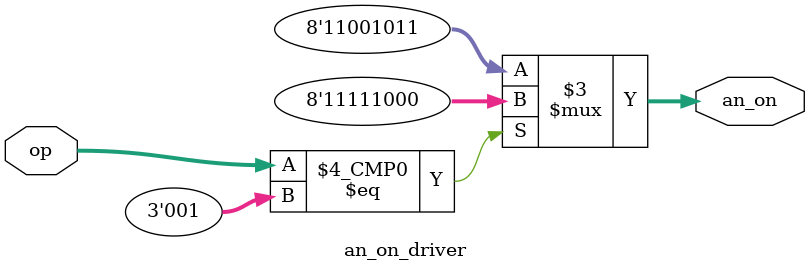
<source format=sv>
`timescale 1ns / 1ps


module an_on_driver(
	input logic [2:0]op,
	output logic [7:0]an_on
    );
    
    always_comb
    begin
    	case(op)
    	001: begin
    		an_on = 0001_1000; //suma
    		end
    	010: begin
    		an_on = 1100_0011; //and
    		end
    	011: begin
    		an_on = 1100_0011; //or
    		end
    	100: begin
    		an_on = 0001_1000; //resta
    		end
    	default: begin
    		an_on = 1100_0011;
    		end
    	endcase
    end
endmodule

</source>
